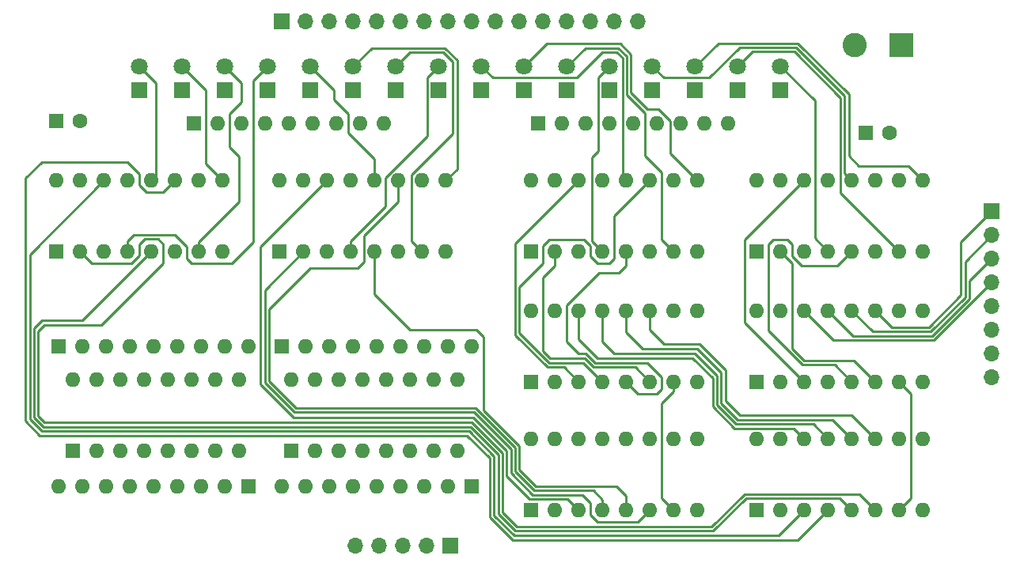
<source format=gbr>
%TF.GenerationSoftware,KiCad,Pcbnew,(5.1.9-0-10_14)*%
%TF.CreationDate,2021-05-18T01:23:57-04:00*%
%TF.ProjectId,RAM,52414d2e-6b69-4636-9164-5f7063625858,rev?*%
%TF.SameCoordinates,Original*%
%TF.FileFunction,Copper,L2,Inr*%
%TF.FilePolarity,Positive*%
%FSLAX46Y46*%
G04 Gerber Fmt 4.6, Leading zero omitted, Abs format (unit mm)*
G04 Created by KiCad (PCBNEW (5.1.9-0-10_14)) date 2021-05-18 01:23:57*
%MOMM*%
%LPD*%
G01*
G04 APERTURE LIST*
%TA.AperFunction,ComponentPad*%
%ADD10O,1.600000X1.600000*%
%TD*%
%TA.AperFunction,ComponentPad*%
%ADD11R,1.600000X1.600000*%
%TD*%
%TA.AperFunction,ComponentPad*%
%ADD12O,1.700000X1.700000*%
%TD*%
%TA.AperFunction,ComponentPad*%
%ADD13R,1.700000X1.700000*%
%TD*%
%TA.AperFunction,ComponentPad*%
%ADD14C,1.600000*%
%TD*%
%TA.AperFunction,ComponentPad*%
%ADD15C,2.600000*%
%TD*%
%TA.AperFunction,ComponentPad*%
%ADD16R,2.600000X2.600000*%
%TD*%
%TA.AperFunction,ComponentPad*%
%ADD17C,1.800000*%
%TD*%
%TA.AperFunction,ComponentPad*%
%ADD18R,1.800000X1.800000*%
%TD*%
%TA.AperFunction,Conductor*%
%ADD19C,0.250000*%
%TD*%
G04 APERTURE END LIST*
D10*
%TO.N,VCC*%
%TO.C,U3*%
X90424000Y-91694000D03*
%TO.N,GND*%
X108204000Y-99314000D03*
%TO.N,/MAR_RESET*%
X92964000Y-91694000D03*
%TO.N,/CLOCK*%
X105664000Y-99314000D03*
%TO.N,Net-(J2-Pad8)*%
X95504000Y-91694000D03*
%TO.N,/MAR_11*%
X103124000Y-99314000D03*
%TO.N,Net-(J2-Pad7)*%
X98044000Y-91694000D03*
%TO.N,/MAR_10*%
X100584000Y-99314000D03*
%TO.N,Net-(J2-Pad6)*%
X100584000Y-91694000D03*
%TO.N,/MAR_09*%
X98044000Y-99314000D03*
%TO.N,Net-(J2-Pad5)*%
X103124000Y-91694000D03*
%TO.N,/MAR_08*%
X95504000Y-99314000D03*
%TO.N,/MAR2_IN*%
X105664000Y-91694000D03*
%TO.N,GND*%
X92964000Y-99314000D03*
%TO.N,/MAR2_IN*%
X108204000Y-91694000D03*
D11*
%TO.N,GND*%
X90424000Y-99314000D03*
%TD*%
D12*
%TO.N,/PROGRAM_MODE*%
%TO.C,J4*%
X71628000Y-116840000D03*
%TO.N,/MAR_RESET*%
X74168000Y-116840000D03*
%TO.N,/CLOCK*%
X76708000Y-116840000D03*
%TO.N,/MAR1_IN*%
X79248000Y-116840000D03*
D13*
%TO.N,/MAR2_IN*%
X81788000Y-116840000D03*
%TD*%
D14*
%TO.N,GND*%
%TO.C,C3*%
X128738000Y-72644000D03*
D11*
%TO.N,VCC*%
X126238000Y-72644000D03*
%TD*%
D14*
%TO.N,GND*%
%TO.C,C2*%
X42124000Y-71374000D03*
D11*
%TO.N,VCC*%
X39624000Y-71374000D03*
%TD*%
D15*
%TO.N,VCC*%
%TO.C,J3*%
X125048000Y-63246000D03*
D16*
%TO.N,GND*%
X130048000Y-63246000D03*
%TD*%
D10*
%TO.N,VCC*%
%TO.C,U8*%
X114554000Y-77724000D03*
%TO.N,GND*%
X132334000Y-85344000D03*
X117094000Y-77724000D03*
%TO.N,/MEM_ADR_14*%
X129794000Y-85344000D03*
%TO.N,/MAR_12*%
X119634000Y-77724000D03*
%TO.N,/MANUAL_MEM_ADR_14*%
X127254000Y-85344000D03*
%TO.N,/MANUAL_MEM_ADR_12*%
X122174000Y-77724000D03*
%TO.N,/MAR_14*%
X124714000Y-85344000D03*
%TO.N,/MEM_ADR_12*%
X124714000Y-77724000D03*
%TO.N,/MEM_ADR_15*%
X122174000Y-85344000D03*
%TO.N,/MAR_13*%
X127254000Y-77724000D03*
%TO.N,/MANUAL_MEM_ADR_15*%
X119634000Y-85344000D03*
%TO.N,/MANUAL_MEM_ADR_13*%
X129794000Y-77724000D03*
%TO.N,/MAR_15*%
X117094000Y-85344000D03*
%TO.N,/MEM_ADR_13*%
X132334000Y-77724000D03*
D11*
%TO.N,/PROGRAM_MODE*%
X114554000Y-85344000D03*
%TD*%
D10*
%TO.N,VCC*%
%TO.C,U7*%
X114554000Y-105410000D03*
%TO.N,GND*%
X132334000Y-113030000D03*
%TO.N,/MAR_RESET*%
X117094000Y-105410000D03*
%TO.N,/CLOCK*%
X129794000Y-113030000D03*
%TO.N,Net-(J2-Pad8)*%
X119634000Y-105410000D03*
%TO.N,/MAR_03*%
X127254000Y-113030000D03*
%TO.N,Net-(J2-Pad7)*%
X122174000Y-105410000D03*
%TO.N,/MAR_02*%
X124714000Y-113030000D03*
%TO.N,Net-(J2-Pad6)*%
X124714000Y-105410000D03*
%TO.N,/MAR_01*%
X122174000Y-113030000D03*
%TO.N,Net-(J2-Pad5)*%
X127254000Y-105410000D03*
%TO.N,/MAR_00*%
X119634000Y-113030000D03*
%TO.N,/MAR1_IN*%
X129794000Y-105410000D03*
%TO.N,GND*%
X117094000Y-113030000D03*
%TO.N,/MAR1_IN*%
X132334000Y-105410000D03*
D11*
%TO.N,GND*%
X114554000Y-113030000D03*
%TD*%
D10*
%TO.N,VCC*%
%TO.C,U6*%
X90424000Y-105410000D03*
%TO.N,GND*%
X108204000Y-113030000D03*
%TO.N,/MAR_RESET*%
X92964000Y-105410000D03*
%TO.N,/CLOCK*%
X105664000Y-113030000D03*
%TO.N,Net-(J2-Pad4)*%
X95504000Y-105410000D03*
%TO.N,/MAR_07*%
X103124000Y-113030000D03*
%TO.N,Net-(J2-Pad3)*%
X98044000Y-105410000D03*
%TO.N,/MAR_06*%
X100584000Y-113030000D03*
%TO.N,Net-(J2-Pad2)*%
X100584000Y-105410000D03*
%TO.N,/MAR_05*%
X98044000Y-113030000D03*
%TO.N,Net-(J2-Pad1)*%
X103124000Y-105410000D03*
%TO.N,/MAR_04*%
X95504000Y-113030000D03*
%TO.N,/MAR1_IN*%
X105664000Y-105410000D03*
%TO.N,GND*%
X92964000Y-113030000D03*
%TO.N,/MAR1_IN*%
X108204000Y-105410000D03*
D11*
%TO.N,GND*%
X90424000Y-113030000D03*
%TD*%
D10*
%TO.N,VCC*%
%TO.C,U5*%
X90424000Y-77724000D03*
%TO.N,GND*%
X108204000Y-85344000D03*
X92964000Y-77724000D03*
%TO.N,/MEM_ADR_10*%
X105664000Y-85344000D03*
%TO.N,/MAR_08*%
X95504000Y-77724000D03*
%TO.N,/MANUAL_MEM_ADR_10*%
X103124000Y-85344000D03*
%TO.N,/MANUAL_MEM_ADR_08*%
X98044000Y-77724000D03*
%TO.N,/MAR_10*%
X100584000Y-85344000D03*
%TO.N,/MEM_ADR_08*%
X100584000Y-77724000D03*
%TO.N,/MEM_ADR_11*%
X98044000Y-85344000D03*
%TO.N,/MAR_09*%
X103124000Y-77724000D03*
%TO.N,/MANUAL_MEM_ADR_11*%
X95504000Y-85344000D03*
%TO.N,/MANUAL_MEM_ADR_09*%
X105664000Y-77724000D03*
%TO.N,/MAR_11*%
X92964000Y-85344000D03*
%TO.N,/MEM_ADR_09*%
X108204000Y-77724000D03*
D11*
%TO.N,/PROGRAM_MODE*%
X90424000Y-85344000D03*
%TD*%
D10*
%TO.N,VCC*%
%TO.C,U4*%
X63500000Y-77724000D03*
%TO.N,GND*%
X81280000Y-85344000D03*
X66040000Y-77724000D03*
%TO.N,/MEM_ADR_06*%
X78740000Y-85344000D03*
%TO.N,/MAR_04*%
X68580000Y-77724000D03*
%TO.N,/MANUAL_MEM_ADR_06*%
X76200000Y-85344000D03*
%TO.N,/MANUAL_MEM_ADR_04*%
X71120000Y-77724000D03*
%TO.N,/MAR_06*%
X73660000Y-85344000D03*
%TO.N,/MEM_ADR_04*%
X73660000Y-77724000D03*
%TO.N,/MEM_ADR_07*%
X71120000Y-85344000D03*
%TO.N,/MAR_05*%
X76200000Y-77724000D03*
%TO.N,/MANUAL_MEM_ADR_07*%
X68580000Y-85344000D03*
%TO.N,/MANUAL_MEM_ADR_05*%
X78740000Y-77724000D03*
%TO.N,/MAR_07*%
X66040000Y-85344000D03*
%TO.N,/MEM_ADR_05*%
X81280000Y-77724000D03*
D11*
%TO.N,/PROGRAM_MODE*%
X63500000Y-85344000D03*
%TD*%
D10*
%TO.N,VCC*%
%TO.C,U2*%
X114554000Y-91694000D03*
%TO.N,GND*%
X132334000Y-99314000D03*
%TO.N,/MAR_RESET*%
X117094000Y-91694000D03*
%TO.N,/CLOCK*%
X129794000Y-99314000D03*
%TO.N,Net-(J2-Pad4)*%
X119634000Y-91694000D03*
%TO.N,/MAR_15*%
X127254000Y-99314000D03*
%TO.N,Net-(J2-Pad3)*%
X122174000Y-91694000D03*
%TO.N,/MAR_14*%
X124714000Y-99314000D03*
%TO.N,Net-(J2-Pad2)*%
X124714000Y-91694000D03*
%TO.N,/MAR_13*%
X122174000Y-99314000D03*
%TO.N,Net-(J2-Pad1)*%
X127254000Y-91694000D03*
%TO.N,/MAR_12*%
X119634000Y-99314000D03*
%TO.N,/MAR2_IN*%
X129794000Y-91694000D03*
%TO.N,GND*%
X117094000Y-99314000D03*
%TO.N,/MAR2_IN*%
X132334000Y-91694000D03*
D11*
%TO.N,GND*%
X114554000Y-99314000D03*
%TD*%
D10*
%TO.N,VCC*%
%TO.C,U1*%
X39624000Y-77724000D03*
%TO.N,GND*%
X57404000Y-85344000D03*
X42164000Y-77724000D03*
%TO.N,/MEM_ADR_02*%
X54864000Y-85344000D03*
%TO.N,/MAR_00*%
X44704000Y-77724000D03*
%TO.N,/MANUAL_MEM_ADR_02*%
X52324000Y-85344000D03*
%TO.N,/MANUAL_MEM_ADR_00*%
X47244000Y-77724000D03*
%TO.N,/MAR_02*%
X49784000Y-85344000D03*
%TO.N,/MEM_ADR_00*%
X49784000Y-77724000D03*
%TO.N,/MEM_ADR_03*%
X47244000Y-85344000D03*
%TO.N,/MAR_01*%
X52324000Y-77724000D03*
%TO.N,/MANUAL_MEM_ADR_03*%
X44704000Y-85344000D03*
%TO.N,/MANUAL_MEM_ADR_01*%
X54864000Y-77724000D03*
%TO.N,/MAR_03*%
X42164000Y-85344000D03*
%TO.N,/MEM_ADR_01*%
X57404000Y-77724000D03*
D11*
%TO.N,/PROGRAM_MODE*%
X39624000Y-85344000D03*
%TD*%
D10*
%TO.N,/MANUAL_MEM_ADR_00*%
%TO.C,SW2*%
X41402000Y-99060000D03*
%TO.N,Net-(RN7-Pad2)*%
X59182000Y-106680000D03*
%TO.N,/MANUAL_MEM_ADR_01*%
X43942000Y-99060000D03*
%TO.N,Net-(RN7-Pad3)*%
X56642000Y-106680000D03*
%TO.N,/MANUAL_MEM_ADR_02*%
X46482000Y-99060000D03*
%TO.N,Net-(RN7-Pad4)*%
X54102000Y-106680000D03*
%TO.N,/MANUAL_MEM_ADR_03*%
X49022000Y-99060000D03*
%TO.N,Net-(RN7-Pad5)*%
X51562000Y-106680000D03*
%TO.N,/MANUAL_MEM_ADR_04*%
X51562000Y-99060000D03*
%TO.N,Net-(RN7-Pad6)*%
X49022000Y-106680000D03*
%TO.N,/MANUAL_MEM_ADR_05*%
X54102000Y-99060000D03*
%TO.N,Net-(RN7-Pad7)*%
X46482000Y-106680000D03*
%TO.N,/MANUAL_MEM_ADR_06*%
X56642000Y-99060000D03*
%TO.N,Net-(RN7-Pad8)*%
X43942000Y-106680000D03*
%TO.N,/MANUAL_MEM_ADR_07*%
X59182000Y-99060000D03*
D11*
%TO.N,Net-(RN7-Pad9)*%
X41402000Y-106680000D03*
%TD*%
D10*
%TO.N,/MANUAL_MEM_ADR_08*%
%TO.C,SW1*%
X64770000Y-99060000D03*
%TO.N,Net-(RN5-Pad2)*%
X82550000Y-106680000D03*
%TO.N,/MANUAL_MEM_ADR_09*%
X67310000Y-99060000D03*
%TO.N,Net-(RN5-Pad3)*%
X80010000Y-106680000D03*
%TO.N,/MANUAL_MEM_ADR_10*%
X69850000Y-99060000D03*
%TO.N,Net-(RN5-Pad4)*%
X77470000Y-106680000D03*
%TO.N,/MANUAL_MEM_ADR_11*%
X72390000Y-99060000D03*
%TO.N,Net-(RN5-Pad5)*%
X74930000Y-106680000D03*
%TO.N,/MANUAL_MEM_ADR_12*%
X74930000Y-99060000D03*
%TO.N,Net-(RN5-Pad6)*%
X72390000Y-106680000D03*
%TO.N,/MANUAL_MEM_ADR_13*%
X77470000Y-99060000D03*
%TO.N,Net-(RN5-Pad7)*%
X69850000Y-106680000D03*
%TO.N,/MANUAL_MEM_ADR_14*%
X80010000Y-99060000D03*
%TO.N,Net-(RN5-Pad8)*%
X67310000Y-106680000D03*
%TO.N,/MANUAL_MEM_ADR_15*%
X82550000Y-99060000D03*
D11*
%TO.N,Net-(RN5-Pad9)*%
X64770000Y-106680000D03*
%TD*%
D10*
%TO.N,Net-(RN7-Pad9)*%
%TO.C,RN7*%
X39878000Y-110490000D03*
%TO.N,Net-(RN7-Pad8)*%
X42418000Y-110490000D03*
%TO.N,Net-(RN7-Pad7)*%
X44958000Y-110490000D03*
%TO.N,Net-(RN7-Pad6)*%
X47498000Y-110490000D03*
%TO.N,Net-(RN7-Pad5)*%
X50038000Y-110490000D03*
%TO.N,Net-(RN7-Pad4)*%
X52578000Y-110490000D03*
%TO.N,Net-(RN7-Pad3)*%
X55118000Y-110490000D03*
%TO.N,Net-(RN7-Pad2)*%
X57658000Y-110490000D03*
D11*
%TO.N,VCC*%
X60198000Y-110490000D03*
%TD*%
D10*
%TO.N,/MANUAL_MEM_ADR_07*%
%TO.C,RN6*%
X60198000Y-95504000D03*
%TO.N,/MANUAL_MEM_ADR_06*%
X57658000Y-95504000D03*
%TO.N,/MANUAL_MEM_ADR_05*%
X55118000Y-95504000D03*
%TO.N,/MANUAL_MEM_ADR_04*%
X52578000Y-95504000D03*
%TO.N,/MANUAL_MEM_ADR_03*%
X50038000Y-95504000D03*
%TO.N,/MANUAL_MEM_ADR_02*%
X47498000Y-95504000D03*
%TO.N,/MANUAL_MEM_ADR_01*%
X44958000Y-95504000D03*
%TO.N,/MANUAL_MEM_ADR_00*%
X42418000Y-95504000D03*
D11*
%TO.N,GND*%
X39878000Y-95504000D03*
%TD*%
D10*
%TO.N,Net-(RN5-Pad9)*%
%TO.C,RN5*%
X63754000Y-110490000D03*
%TO.N,Net-(RN5-Pad8)*%
X66294000Y-110490000D03*
%TO.N,Net-(RN5-Pad7)*%
X68834000Y-110490000D03*
%TO.N,Net-(RN5-Pad6)*%
X71374000Y-110490000D03*
%TO.N,Net-(RN5-Pad5)*%
X73914000Y-110490000D03*
%TO.N,Net-(RN5-Pad4)*%
X76454000Y-110490000D03*
%TO.N,Net-(RN5-Pad3)*%
X78994000Y-110490000D03*
%TO.N,Net-(RN5-Pad2)*%
X81534000Y-110490000D03*
D11*
%TO.N,VCC*%
X84074000Y-110490000D03*
%TD*%
D10*
%TO.N,/MANUAL_MEM_ADR_15*%
%TO.C,RN4*%
X84074000Y-95504000D03*
%TO.N,/MANUAL_MEM_ADR_14*%
X81534000Y-95504000D03*
%TO.N,/MANUAL_MEM_ADR_13*%
X78994000Y-95504000D03*
%TO.N,/MANUAL_MEM_ADR_12*%
X76454000Y-95504000D03*
%TO.N,/MANUAL_MEM_ADR_11*%
X73914000Y-95504000D03*
%TO.N,/MANUAL_MEM_ADR_10*%
X71374000Y-95504000D03*
%TO.N,/MANUAL_MEM_ADR_09*%
X68834000Y-95504000D03*
%TO.N,/MANUAL_MEM_ADR_08*%
X66294000Y-95504000D03*
D11*
%TO.N,GND*%
X63754000Y-95504000D03*
%TD*%
D10*
%TO.N,Net-(D9-Pad1)*%
%TO.C,RN2*%
X74676000Y-71628000D03*
%TO.N,Net-(D10-Pad1)*%
X72136000Y-71628000D03*
%TO.N,Net-(D11-Pad1)*%
X69596000Y-71628000D03*
%TO.N,Net-(D12-Pad1)*%
X67056000Y-71628000D03*
%TO.N,Net-(D13-Pad1)*%
X64516000Y-71628000D03*
%TO.N,Net-(D14-Pad1)*%
X61976000Y-71628000D03*
%TO.N,Net-(D15-Pad1)*%
X59436000Y-71628000D03*
%TO.N,Net-(D16-Pad1)*%
X56896000Y-71628000D03*
D11*
%TO.N,GND*%
X54356000Y-71628000D03*
%TD*%
D10*
%TO.N,Net-(D1-Pad1)*%
%TO.C,RN1*%
X111506000Y-71628000D03*
%TO.N,Net-(D2-Pad1)*%
X108966000Y-71628000D03*
%TO.N,Net-(D3-Pad1)*%
X106426000Y-71628000D03*
%TO.N,Net-(D4-Pad1)*%
X103886000Y-71628000D03*
%TO.N,Net-(D5-Pad1)*%
X101346000Y-71628000D03*
%TO.N,Net-(D6-Pad1)*%
X98806000Y-71628000D03*
%TO.N,Net-(D7-Pad1)*%
X96266000Y-71628000D03*
%TO.N,Net-(D8-Pad1)*%
X93726000Y-71628000D03*
D11*
%TO.N,GND*%
X91186000Y-71628000D03*
%TD*%
D12*
%TO.N,Net-(J2-Pad8)*%
%TO.C,J2*%
X139700000Y-98806000D03*
%TO.N,Net-(J2-Pad7)*%
X139700000Y-96266000D03*
%TO.N,Net-(J2-Pad6)*%
X139700000Y-93726000D03*
%TO.N,Net-(J2-Pad5)*%
X139700000Y-91186000D03*
%TO.N,Net-(J2-Pad4)*%
X139700000Y-88646000D03*
%TO.N,Net-(J2-Pad3)*%
X139700000Y-86106000D03*
%TO.N,Net-(J2-Pad2)*%
X139700000Y-83566000D03*
D13*
%TO.N,Net-(J2-Pad1)*%
X139700000Y-81026000D03*
%TD*%
D12*
%TO.N,/MEM_ADR_15*%
%TO.C,J1*%
X101854000Y-60706000D03*
%TO.N,/MEM_ADR_14*%
X99314000Y-60706000D03*
%TO.N,/MEM_ADR_13*%
X96774000Y-60706000D03*
%TO.N,/MEM_ADR_12*%
X94234000Y-60706000D03*
%TO.N,/MEM_ADR_11*%
X91694000Y-60706000D03*
%TO.N,/MEM_ADR_10*%
X89154000Y-60706000D03*
%TO.N,/MEM_ADR_09*%
X86614000Y-60706000D03*
%TO.N,/MEM_ADR_08*%
X84074000Y-60706000D03*
%TO.N,/MEM_ADR_07*%
X81534000Y-60706000D03*
%TO.N,/MEM_ADR_06*%
X78994000Y-60706000D03*
%TO.N,/MEM_ADR_05*%
X76454000Y-60706000D03*
%TO.N,/MEM_ADR_04*%
X73914000Y-60706000D03*
%TO.N,/MEM_ADR_03*%
X71374000Y-60706000D03*
%TO.N,/MEM_ADR_02*%
X68834000Y-60706000D03*
%TO.N,/MEM_ADR_01*%
X66294000Y-60706000D03*
D13*
%TO.N,/MEM_ADR_00*%
X63754000Y-60706000D03*
%TD*%
D17*
%TO.N,/MEM_ADR_00*%
%TO.C,D16*%
X48514000Y-65532000D03*
D18*
%TO.N,Net-(D16-Pad1)*%
X48514000Y-68072000D03*
%TD*%
D17*
%TO.N,/MEM_ADR_01*%
%TO.C,D15*%
X53086000Y-65532000D03*
D18*
%TO.N,Net-(D15-Pad1)*%
X53086000Y-68072000D03*
%TD*%
D17*
%TO.N,/MEM_ADR_02*%
%TO.C,D14*%
X57658000Y-65532000D03*
D18*
%TO.N,Net-(D14-Pad1)*%
X57658000Y-68072000D03*
%TD*%
D17*
%TO.N,/MEM_ADR_03*%
%TO.C,D13*%
X62230000Y-65532000D03*
D18*
%TO.N,Net-(D13-Pad1)*%
X62230000Y-68072000D03*
%TD*%
D17*
%TO.N,/MEM_ADR_04*%
%TO.C,D12*%
X66802000Y-65532000D03*
D18*
%TO.N,Net-(D12-Pad1)*%
X66802000Y-68072000D03*
%TD*%
D17*
%TO.N,/MEM_ADR_05*%
%TO.C,D11*%
X71374000Y-65532000D03*
D18*
%TO.N,Net-(D11-Pad1)*%
X71374000Y-68072000D03*
%TD*%
D17*
%TO.N,/MEM_ADR_06*%
%TO.C,D10*%
X75946000Y-65532000D03*
D18*
%TO.N,Net-(D10-Pad1)*%
X75946000Y-68072000D03*
%TD*%
D17*
%TO.N,/MEM_ADR_07*%
%TO.C,D9*%
X80518000Y-65532000D03*
D18*
%TO.N,Net-(D9-Pad1)*%
X80518000Y-68072000D03*
%TD*%
D17*
%TO.N,/MEM_ADR_08*%
%TO.C,D8*%
X85090000Y-65532000D03*
D18*
%TO.N,Net-(D8-Pad1)*%
X85090000Y-68072000D03*
%TD*%
D17*
%TO.N,/MEM_ADR_09*%
%TO.C,D7*%
X89662000Y-65532000D03*
D18*
%TO.N,Net-(D7-Pad1)*%
X89662000Y-68072000D03*
%TD*%
D17*
%TO.N,/MEM_ADR_10*%
%TO.C,D6*%
X94234000Y-65532000D03*
D18*
%TO.N,Net-(D6-Pad1)*%
X94234000Y-68072000D03*
%TD*%
D17*
%TO.N,/MEM_ADR_11*%
%TO.C,D5*%
X98806000Y-65532000D03*
D18*
%TO.N,Net-(D5-Pad1)*%
X98806000Y-68072000D03*
%TD*%
D17*
%TO.N,/MEM_ADR_12*%
%TO.C,D4*%
X103378000Y-65532000D03*
D18*
%TO.N,Net-(D4-Pad1)*%
X103378000Y-68072000D03*
%TD*%
D17*
%TO.N,/MEM_ADR_13*%
%TO.C,D3*%
X107950000Y-65532000D03*
D18*
%TO.N,Net-(D3-Pad1)*%
X107950000Y-68072000D03*
%TD*%
D17*
%TO.N,/MEM_ADR_14*%
%TO.C,D2*%
X112522000Y-65532000D03*
D18*
%TO.N,Net-(D2-Pad1)*%
X112522000Y-68072000D03*
%TD*%
D17*
%TO.N,/MEM_ADR_15*%
%TO.C,D1*%
X117094000Y-65532000D03*
D18*
%TO.N,Net-(D1-Pad1)*%
X117094000Y-68072000D03*
%TD*%
D19*
%TO.N,/MEM_ADR_15*%
X120759001Y-69197001D02*
X120759001Y-83929001D01*
X120759001Y-83929001D02*
X122174000Y-85344000D01*
X117094000Y-65532000D02*
X120759001Y-69197001D01*
%TO.N,/MEM_ADR_14*%
X114103991Y-63950009D02*
X118560009Y-63950009D01*
X118560009Y-63950009D02*
X123501989Y-68891989D01*
X112522000Y-65532000D02*
X114103991Y-63950009D01*
X123501989Y-79051989D02*
X129794000Y-85344000D01*
X123501989Y-68891989D02*
X123501989Y-79051989D01*
%TO.N,/MEM_ADR_13*%
X130810000Y-76200000D02*
X132334000Y-77724000D01*
X125476000Y-76200000D02*
X130810000Y-76200000D01*
X118932809Y-63049987D02*
X124402011Y-68519189D01*
X124402011Y-75126011D02*
X125476000Y-76200000D01*
X124402011Y-68519189D02*
X124402011Y-75126011D01*
X110432013Y-63049987D02*
X118932809Y-63049987D01*
X107950000Y-65532000D02*
X110432013Y-63049987D01*
%TO.N,/MEM_ADR_12*%
X104603001Y-66757001D02*
X109483997Y-66757001D01*
X109483997Y-66757001D02*
X112741000Y-63499998D01*
X103378000Y-65532000D02*
X104603001Y-66757001D01*
X112741000Y-63499998D02*
X118746409Y-63499998D01*
X118746409Y-63499998D02*
X123952000Y-68705589D01*
X123952000Y-68705589D02*
X123952000Y-76962000D01*
X123952000Y-76962000D02*
X124714000Y-77724000D01*
%TO.N,/MEM_ADR_11*%
X96918999Y-75293001D02*
X96918999Y-84218999D01*
X96918999Y-84218999D02*
X98044000Y-85344000D01*
X97580999Y-74631001D02*
X96918999Y-75293001D01*
X97580999Y-66757001D02*
X97580999Y-74631001D01*
X98806000Y-65532000D02*
X97580999Y-66757001D01*
%TO.N,/MEM_ADR_10*%
X100641989Y-68567488D02*
X102616000Y-70541499D01*
X100641989Y-64445578D02*
X100641989Y-68567488D01*
X102616000Y-70541499D02*
X102616000Y-75113499D01*
X94234000Y-65532000D02*
X96208011Y-63557989D01*
X104394000Y-76891499D02*
X104394000Y-84074000D01*
X99754400Y-63557989D02*
X100641989Y-64445578D01*
X96208011Y-63557989D02*
X99754400Y-63557989D01*
X104394000Y-84074000D02*
X105664000Y-85344000D01*
X102616000Y-75113499D02*
X104394000Y-76891499D01*
%TO.N,/MEM_ADR_09*%
X105300999Y-74820999D02*
X108204000Y-77724000D01*
X105300999Y-71377997D02*
X105300999Y-74820999D01*
X102870000Y-70104000D02*
X104027002Y-70104000D01*
X89662000Y-65532000D02*
X92086022Y-63107978D01*
X101092000Y-68326000D02*
X102870000Y-70104000D01*
X92086022Y-63107978D02*
X99940800Y-63107978D01*
X99940800Y-63107978D02*
X101092000Y-64259178D01*
X104027002Y-70104000D02*
X105300999Y-71377997D01*
X101092000Y-64259178D02*
X101092000Y-68326000D01*
%TO.N,/MEM_ADR_08*%
X98044000Y-64008000D02*
X99568000Y-64008000D01*
X95294999Y-66757001D02*
X98044000Y-64008000D01*
X100191978Y-64631978D02*
X100191978Y-77331978D01*
X86315001Y-66757001D02*
X95294999Y-66757001D01*
X99568000Y-64008000D02*
X100191978Y-64631978D01*
X100191978Y-77331978D02*
X100584000Y-77724000D01*
X85090000Y-65532000D02*
X86315001Y-66757001D01*
%TO.N,/MEM_ADR_07*%
X80518000Y-65532000D02*
X79292999Y-66757001D01*
X74785001Y-77473997D02*
X74785001Y-80547629D01*
X79292999Y-72965999D02*
X74785001Y-77473997D01*
X74785001Y-80547629D02*
X71120000Y-84212630D01*
X79292999Y-66757001D02*
X79292999Y-72965999D01*
X71120000Y-84212630D02*
X71120000Y-85344000D01*
%TO.N,/MEM_ADR_06*%
X82042000Y-72756998D02*
X77614999Y-77183999D01*
X82042000Y-65024000D02*
X82042000Y-72756998D01*
X81026000Y-64008000D02*
X82042000Y-65024000D01*
X77614999Y-84218999D02*
X78740000Y-85344000D01*
X77614999Y-77183999D02*
X77614999Y-84218999D01*
X77470000Y-64008000D02*
X81026000Y-64008000D01*
X75946000Y-65532000D02*
X77470000Y-64008000D01*
%TO.N,/MEM_ADR_05*%
X82492011Y-64837600D02*
X82492011Y-76511989D01*
X73348011Y-63557989D02*
X81212400Y-63557989D01*
X71374000Y-65532000D02*
X73348011Y-63557989D01*
X81212400Y-63557989D02*
X82492011Y-64837600D01*
X82492011Y-76511989D02*
X81280000Y-77724000D01*
%TO.N,/MEM_ADR_04*%
X73660000Y-75438000D02*
X73660000Y-77724000D01*
X70866000Y-72644000D02*
X73660000Y-75438000D01*
X69342000Y-69088000D02*
X70866000Y-70612000D01*
X69342000Y-68072000D02*
X69342000Y-69088000D01*
X70866000Y-70612000D02*
X70866000Y-72644000D01*
X66802000Y-65532000D02*
X69342000Y-68072000D01*
%TO.N,/MEM_ADR_03*%
X47890630Y-83566000D02*
X47244000Y-84212630D01*
X52324000Y-83566000D02*
X47890630Y-83566000D01*
X53594000Y-86106000D02*
X53594000Y-84836000D01*
X60706000Y-67056000D02*
X60706000Y-84328000D01*
X47244000Y-84212630D02*
X47244000Y-85344000D01*
X54102000Y-86614000D02*
X53594000Y-86106000D01*
X53594000Y-84836000D02*
X52324000Y-83566000D01*
X58420000Y-86614000D02*
X54102000Y-86614000D01*
X60706000Y-84328000D02*
X58420000Y-86614000D01*
X62230000Y-65532000D02*
X60706000Y-67056000D01*
%TO.N,/MEM_ADR_02*%
X57658000Y-65532000D02*
X59436000Y-67310000D01*
X59436000Y-67310000D02*
X59436000Y-69342000D01*
X59436000Y-69342000D02*
X58166000Y-70612000D01*
X58166000Y-70612000D02*
X58166000Y-74168000D01*
X58166000Y-74168000D02*
X59182000Y-75184000D01*
X59182000Y-75184000D02*
X59182000Y-80010000D01*
X54864000Y-84328000D02*
X54864000Y-85344000D01*
X59182000Y-80010000D02*
X54864000Y-84328000D01*
%TO.N,/MEM_ADR_01*%
X53086000Y-65532000D02*
X55626000Y-68072000D01*
X55626000Y-75946000D02*
X57404000Y-77724000D01*
X55626000Y-68072000D02*
X55626000Y-75946000D01*
%TO.N,/MEM_ADR_00*%
X48514000Y-65532000D02*
X50292000Y-67310000D01*
X50292000Y-77216000D02*
X49784000Y-77724000D01*
X50292000Y-67310000D02*
X50292000Y-77216000D01*
%TO.N,/CLOCK*%
X104394000Y-111760000D02*
X105664000Y-113030000D01*
X104394000Y-101600000D02*
X104394000Y-111760000D01*
X105664000Y-100330000D02*
X104394000Y-101600000D01*
X105664000Y-99314000D02*
X105664000Y-100330000D01*
X131064000Y-111760000D02*
X129794000Y-113030000D01*
X131064000Y-100584000D02*
X131064000Y-111760000D01*
X129794000Y-99314000D02*
X131064000Y-100584000D01*
%TO.N,/MAR_15*%
X124968000Y-97028000D02*
X127254000Y-99314000D01*
X118364000Y-95758000D02*
X119634000Y-97028000D01*
X118364000Y-86614000D02*
X118364000Y-95758000D01*
X119634000Y-97028000D02*
X124968000Y-97028000D01*
X117094000Y-85344000D02*
X118364000Y-86614000D01*
%TO.N,/MAR_14*%
X115824000Y-93854411D02*
X119447600Y-97478011D01*
X118364000Y-85852000D02*
X118364000Y-84582000D01*
X123190000Y-86868000D02*
X119380000Y-86868000D01*
X124714000Y-85344000D02*
X123190000Y-86868000D01*
X118364000Y-84582000D02*
X117856000Y-84074000D01*
X117856000Y-84074000D02*
X116332000Y-84074000D01*
X116332000Y-84074000D02*
X115824000Y-84582000D01*
X119380000Y-86868000D02*
X118364000Y-85852000D01*
X115824000Y-84582000D02*
X115824000Y-93854411D01*
X119447600Y-97478011D02*
X122878011Y-97478011D01*
X122878011Y-97478011D02*
X124714000Y-99314000D01*
%TO.N,/MAR_12*%
X113284000Y-92964000D02*
X119634000Y-99314000D01*
X113284000Y-84074000D02*
X113284000Y-92964000D01*
X119634000Y-77724000D02*
X113284000Y-84074000D01*
%TO.N,/MAR_11*%
X97095600Y-97732011D02*
X101542011Y-97732011D01*
X91694000Y-88138000D02*
X91694000Y-96009180D01*
X101542011Y-97732011D02*
X103124000Y-99314000D01*
X92964000Y-85344000D02*
X92964000Y-86868000D01*
X92458820Y-96774000D02*
X96137590Y-96774000D01*
X96137590Y-96774000D02*
X97095600Y-97732011D01*
X92964000Y-86868000D02*
X91694000Y-88138000D01*
X91694000Y-96009180D02*
X92458820Y-96774000D01*
%TO.N,/MAR_10*%
X104394000Y-100076000D02*
X103886000Y-100584000D01*
X96266000Y-96266000D02*
X97282000Y-97282000D01*
X94234000Y-94996000D02*
X95504000Y-96266000D01*
X94234000Y-91115499D02*
X94234000Y-94996000D01*
X97719499Y-87630000D02*
X94234000Y-91115499D01*
X95504000Y-96266000D02*
X96266000Y-96266000D01*
X99822000Y-87630000D02*
X97719499Y-87630000D01*
X104394000Y-98806000D02*
X104394000Y-100076000D01*
X102870000Y-97282000D02*
X104394000Y-98806000D01*
X103886000Y-100584000D02*
X101854000Y-100584000D01*
X97282000Y-97282000D02*
X102870000Y-97282000D01*
X100584000Y-86868000D02*
X99822000Y-87630000D01*
X101854000Y-100584000D02*
X100584000Y-99314000D01*
X100584000Y-85344000D02*
X100584000Y-86868000D01*
%TO.N,/MAR_09*%
X96009180Y-97282000D02*
X98041180Y-99314000D01*
X92330410Y-97282000D02*
X96009180Y-97282000D01*
X98041180Y-99314000D02*
X98044000Y-99314000D01*
X89154000Y-94105590D02*
X92330410Y-97282000D01*
X103124000Y-77724000D02*
X99314000Y-81534000D01*
X91694000Y-84765499D02*
X91694000Y-86614000D01*
X96082501Y-84074000D02*
X92385499Y-84074000D01*
X96774000Y-84765499D02*
X96082501Y-84074000D01*
X97536000Y-86614000D02*
X96774000Y-85852000D01*
X98806000Y-86614000D02*
X97536000Y-86614000D01*
X89154000Y-89154000D02*
X89154000Y-94105590D01*
X99314000Y-86106000D02*
X98806000Y-86614000D01*
X91694000Y-86614000D02*
X89154000Y-89154000D01*
X92385499Y-84074000D02*
X91694000Y-84765499D01*
X96774000Y-85852000D02*
X96774000Y-84765499D01*
X99314000Y-81534000D02*
X99314000Y-86106000D01*
%TO.N,/MAR_08*%
X93922011Y-97732011D02*
X95504000Y-99314000D01*
X88703989Y-94291989D02*
X92144011Y-97732011D01*
X95504000Y-77724000D02*
X88703989Y-84524011D01*
X92144011Y-97732011D02*
X93922011Y-97732011D01*
X88703989Y-84524011D02*
X88703989Y-94291989D01*
%TO.N,/MAR_07*%
X65091600Y-102558011D02*
X61918011Y-99384422D01*
X84267190Y-102558011D02*
X65091600Y-102558011D01*
X61918011Y-89465989D02*
X66040000Y-85344000D01*
X88253978Y-106544799D02*
X84267190Y-102558011D01*
X101854000Y-114300000D02*
X97536000Y-114300000D01*
X96774000Y-113538000D02*
X96774000Y-112268000D01*
X95896022Y-111390022D02*
X90559200Y-111390022D01*
X61918011Y-99384422D02*
X61918011Y-89465989D01*
X96774000Y-112268000D02*
X95896022Y-111390022D01*
X97536000Y-114300000D02*
X96774000Y-113538000D01*
X90559200Y-111390022D02*
X88253978Y-109084800D01*
X103124000Y-113030000D02*
X101854000Y-114300000D01*
X88253978Y-107072022D02*
X88253978Y-106544799D01*
X88253978Y-109084800D02*
X88253978Y-107072022D01*
%TO.N,/MAR_06*%
X100584000Y-111506000D02*
X100584000Y-113030000D01*
X90932000Y-110490000D02*
X99568000Y-110490000D01*
X84582000Y-93726000D02*
X85344000Y-94488000D01*
X77470000Y-93726000D02*
X84582000Y-93726000D01*
X73660000Y-85344000D02*
X73660000Y-89916000D01*
X73660000Y-89916000D02*
X77470000Y-93726000D01*
X99568000Y-110490000D02*
X100584000Y-111506000D01*
X85344000Y-94488000D02*
X85344000Y-102362000D01*
X85344000Y-102362000D02*
X89154000Y-106172000D01*
X89154000Y-108712000D02*
X90932000Y-110490000D01*
X89154000Y-106172000D02*
X89154000Y-108712000D01*
%TO.N,/MAR_05*%
X76200000Y-80010000D02*
X76200000Y-77724000D01*
X98044000Y-111898630D02*
X97085381Y-110940011D01*
X97085381Y-110940011D02*
X90745600Y-110940011D01*
X88703989Y-108898400D02*
X88703989Y-106358399D01*
X90745600Y-110940011D02*
X88703989Y-108898400D01*
X88703989Y-106358399D02*
X84453590Y-102108000D01*
X84453590Y-102108000D02*
X65278000Y-102108000D01*
X62368022Y-91555978D02*
X66802000Y-87122000D01*
X71882000Y-87122000D02*
X72534999Y-86469001D01*
X65278000Y-102108000D02*
X62368022Y-99198022D01*
X62368022Y-99198022D02*
X62368022Y-91555978D01*
X72534999Y-86469001D02*
X72534999Y-83675001D01*
X72534999Y-83675001D02*
X76200000Y-80010000D01*
X66802000Y-87122000D02*
X71882000Y-87122000D01*
X98044000Y-113030000D02*
X98044000Y-111898630D01*
%TO.N,/MAR_04*%
X61468000Y-84836000D02*
X68580000Y-77724000D01*
X61468000Y-99570822D02*
X61468000Y-84836000D01*
X65021179Y-103124000D02*
X61468000Y-99570822D01*
X84196767Y-103124000D02*
X65021179Y-103124000D01*
X87803967Y-109393967D02*
X87803967Y-106731199D01*
X95504000Y-113030000D02*
X94314033Y-111840033D01*
X87803967Y-106731199D02*
X84196767Y-103124000D01*
X90250033Y-111840033D02*
X87803967Y-109393967D01*
X94314033Y-111840033D02*
X90250033Y-111840033D01*
%TO.N,/MAR_03*%
X48514000Y-84582000D02*
X49079989Y-84016011D01*
X37672033Y-93899967D02*
X37672033Y-102950033D01*
X87353956Y-106917599D02*
X87353956Y-113261956D01*
X49079989Y-84016011D02*
X50488011Y-84016011D01*
X37672033Y-102950033D02*
X38354000Y-103632000D01*
X47639002Y-86614000D02*
X48514000Y-85739002D01*
X43434000Y-86614000D02*
X47639002Y-86614000D01*
X42164000Y-85344000D02*
X43434000Y-86614000D01*
X51054000Y-84582000D02*
X51054000Y-86614000D01*
X125533989Y-111309989D02*
X127254000Y-113030000D01*
X113226011Y-111309989D02*
X125533989Y-111309989D01*
X51054000Y-86614000D02*
X44450000Y-93218000D01*
X44450000Y-93218000D02*
X38354000Y-93218000D01*
X38354000Y-93218000D02*
X37672033Y-93899967D01*
X88900000Y-114808000D02*
X109728000Y-114808000D01*
X50488011Y-84016011D02*
X51054000Y-84582000D01*
X38354000Y-103632000D02*
X84068358Y-103632000D01*
X84068358Y-103632000D02*
X87353956Y-106917599D01*
X87353956Y-113261956D02*
X88900000Y-114808000D01*
X109728000Y-114808000D02*
X113226011Y-111309989D01*
X48514000Y-85739002D02*
X48514000Y-84582000D01*
%TO.N,/MAR_02*%
X37222022Y-103136433D02*
X38225589Y-104140000D01*
X42418000Y-92710000D02*
X38100000Y-92710000D01*
X113412410Y-111760000D02*
X123444000Y-111760000D01*
X38100000Y-92710000D02*
X37222022Y-93587978D01*
X49784000Y-85344000D02*
X42418000Y-92710000D01*
X86903945Y-113448356D02*
X88713600Y-115258011D01*
X123444000Y-111760000D02*
X124714000Y-113030000D01*
X109914400Y-115258011D02*
X113412410Y-111760000D01*
X86903945Y-107103998D02*
X86903945Y-113448356D01*
X38225589Y-104140000D02*
X83939948Y-104140000D01*
X88713600Y-115258011D02*
X109914400Y-115258011D01*
X83939948Y-104140000D02*
X86903945Y-107103998D01*
X37222022Y-93587978D02*
X37222022Y-103136433D01*
%TO.N,/MAR_01*%
X83567150Y-105040022D02*
X86003923Y-107476796D01*
X47224989Y-75749989D02*
X38042011Y-75749989D01*
X88456776Y-116274009D02*
X118929991Y-116274009D01*
X38042011Y-75749989D02*
X36322000Y-77470000D01*
X48514000Y-78232000D02*
X48514000Y-77039000D01*
X49276000Y-78994000D02*
X48514000Y-78232000D01*
X118929991Y-116274009D02*
X122174000Y-113030000D01*
X86003923Y-113821156D02*
X88456776Y-116274009D01*
X51054000Y-78994000D02*
X49276000Y-78994000D01*
X48514000Y-77039000D02*
X47224989Y-75749989D01*
X37852789Y-105040022D02*
X83567150Y-105040022D01*
X36322000Y-77470000D02*
X36322000Y-103509233D01*
X52324000Y-77724000D02*
X51054000Y-78994000D01*
X86003923Y-107476796D02*
X86003923Y-113821156D01*
X36322000Y-103509233D02*
X37852789Y-105040022D01*
%TO.N,/MAR_00*%
X88585189Y-115766011D02*
X116897989Y-115766011D01*
X36772011Y-85655989D02*
X36772011Y-103322833D01*
X38039189Y-104590011D02*
X83753549Y-104590011D01*
X36772011Y-103322833D02*
X38039189Y-104590011D01*
X86453934Y-113634756D02*
X88585189Y-115766011D01*
X44704000Y-77724000D02*
X36772011Y-85655989D01*
X116897989Y-115766011D02*
X119634000Y-113030000D01*
X86453934Y-107290397D02*
X86453934Y-113634756D01*
X83753549Y-104590011D02*
X86453934Y-107290397D01*
%TO.N,Net-(J2-Pad8)*%
X95504000Y-91694000D02*
X95504000Y-94742000D01*
X95504000Y-94742000D02*
X97536000Y-96774000D01*
X97536000Y-96774000D02*
X107696000Y-96774000D01*
X107696000Y-96774000D02*
X109843978Y-98921978D01*
X109843978Y-101972800D02*
X112149198Y-104278020D01*
X118502020Y-104278020D02*
X119634000Y-105410000D01*
X112149198Y-104278020D02*
X118502020Y-104278020D01*
X109843978Y-98921978D02*
X109843978Y-101972800D01*
%TO.N,Net-(J2-Pad7)*%
X98044000Y-94996000D02*
X99314000Y-96266000D01*
X110293989Y-98609989D02*
X110293989Y-101786400D01*
X98044000Y-91694000D02*
X98044000Y-94996000D01*
X99314000Y-96266000D02*
X107950000Y-96266000D01*
X110293989Y-101786400D02*
X112335598Y-103828009D01*
X107950000Y-96266000D02*
X110293989Y-98609989D01*
X112335598Y-103828009D02*
X120592009Y-103828009D01*
X120592009Y-103828009D02*
X122174000Y-105410000D01*
%TO.N,Net-(J2-Pad6)*%
X100584000Y-91694000D02*
X100584000Y-93980000D01*
X100584000Y-93980000D02*
X102362000Y-95758000D01*
X102362000Y-95758000D02*
X108204000Y-95758000D01*
X108204000Y-95758000D02*
X110744000Y-98298000D01*
X110744000Y-98298000D02*
X110744000Y-101600000D01*
X110744000Y-101600000D02*
X112522000Y-103378000D01*
X122682000Y-103378000D02*
X124714000Y-105410000D01*
X112522000Y-103378000D02*
X122682000Y-103378000D01*
%TO.N,Net-(J2-Pad5)*%
X103124000Y-91694000D02*
X103124000Y-93726000D01*
X103124000Y-93726000D02*
X104648000Y-95250000D01*
X104648000Y-95250000D02*
X108458000Y-95250000D01*
X108458000Y-95250000D02*
X111252000Y-98044000D01*
X111252000Y-98044000D02*
X111252000Y-101346000D01*
X111252000Y-101346000D02*
X112776000Y-102870000D01*
X124714000Y-102870000D02*
X127254000Y-105410000D01*
X112776000Y-102870000D02*
X124714000Y-102870000D01*
%TO.N,Net-(J2-Pad4)*%
X137748033Y-90597967D02*
X139700000Y-88646000D01*
X133523967Y-94822033D02*
X137748033Y-90597967D01*
X122762033Y-94822033D02*
X133523967Y-94822033D01*
X119634000Y-91694000D02*
X122762033Y-94822033D01*
%TO.N,Net-(J2-Pad3)*%
X137298022Y-88507978D02*
X139700000Y-86106000D01*
X122174000Y-91694000D02*
X124852022Y-94372022D01*
X124852022Y-94372022D02*
X133337568Y-94372022D01*
X133337568Y-94372022D02*
X137298022Y-90411568D01*
X137298022Y-90411568D02*
X137298022Y-88507978D01*
%TO.N,Net-(J2-Pad2)*%
X133151169Y-93922011D02*
X136848011Y-90225169D01*
X136848011Y-86417989D02*
X139700000Y-83566000D01*
X124714000Y-91694000D02*
X126942011Y-93922011D01*
X136848011Y-90225169D02*
X136848011Y-86417989D01*
X126942011Y-93922011D02*
X133151169Y-93922011D01*
%TO.N,Net-(J2-Pad1)*%
X129032000Y-93472000D02*
X127254000Y-91694000D01*
X139700000Y-81026000D02*
X136398000Y-84328000D01*
X136398000Y-84328000D02*
X136398000Y-90038770D01*
X132964770Y-93472000D02*
X129032000Y-93472000D01*
X136398000Y-90038770D02*
X132964770Y-93472000D01*
%TD*%
M02*

</source>
